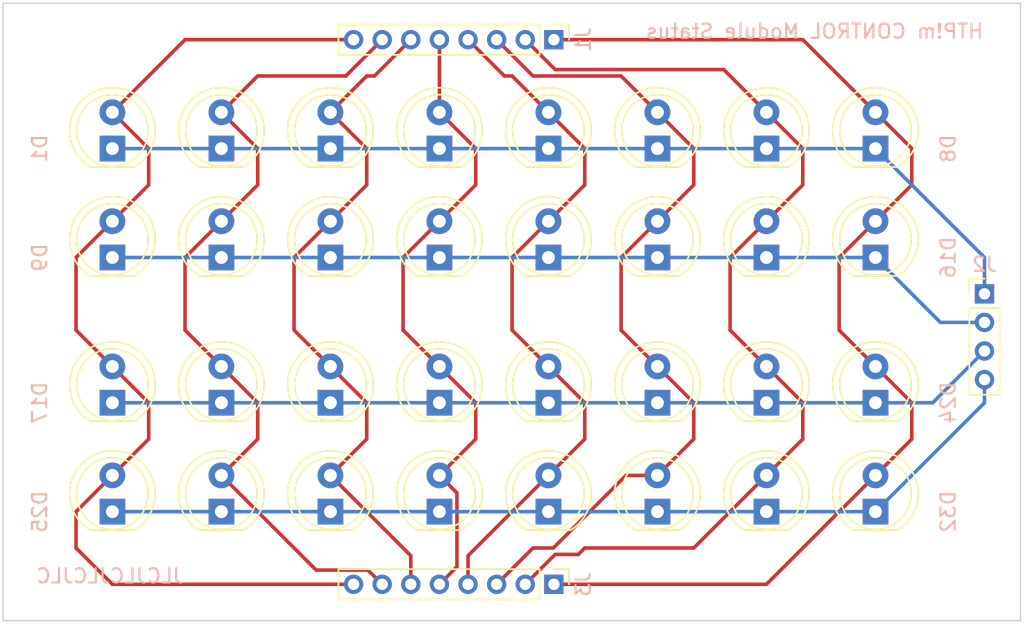
<source format=kicad_pcb>
(kicad_pcb (version 20221018) (generator pcbnew)
  (title_block (title "HTP!m CONTROL Module Status") (date "2023-10-07") (rev "1") (company "shawnd.xyz") (comment 2 "each module.") (comment 3 "The HTP!m CONTROL Module Status is an LED matrix that shows the current status of"))
  (layers (0 "F.Cu" signal) (31 "B.Cu" signal) (34 "B.Paste" user) (35 "F.Paste" user) (36 "B.SilkS" user "B.Silkscreen") (37 "F.SilkS" user "F.Silkscreen") (38 "B.Mask" user) (39 "F.Mask" user) (44 "Edge.Cuts" user))
  (net 0 "")
  (net 1 "Net-(D1-K)")
  (net 2 "Net-(D1-A)")
  (net 3 "Net-(D10-A)")
  (net 4 "Net-(D11-A)")
  (net 5 "Net-(D12-A)")
  (net 6 "Net-(D13-A)")
  (net 7 "Net-(D14-A)")
  (net 8 "Net-(D15-A)")
  (net 9 "Net-(D16-A)")
  (net 10 "Net-(D10-K)")
  (net 11 "Net-(D17-K)")
  (net 12 "Net-(D25-K)")
  (footprint "LED_THT:LED_D5.0mm" (layer "F.Cu") (at 119.38 86.36 90)
    (fp_text reference "D10" hide)
    (fp_text value "LED" hide)
    (fp_line (start -1.29 -1.545) (end -1.29 1.545) (stroke (width 0.12)) (layer "F.SilkS"))
    (fp_arc (start -1.29 -1.54483) (mid 2.072002 -2.880433) (end 4.26 0.000462) (stroke (width 0.12)) (layer "F.SilkS"))
    (fp_arc (start 4.26 -0.000462) (mid 2.072002 2.880433) (end -1.29 1.54483) (stroke (width 0.12)) (layer "F.SilkS"))
    (fp_circle (center 1.27 0) (end 3.77 0) (stroke (width 0.12)) (fill none) (layer "F.SilkS"))
    (pad "1" thru_hole rect (at 0 0 90) (size 1.8 1.8) (drill 0.9) (layers "*.Cu" "*.Mask") (net 10 "Net-(D10-K)"))
    (pad "2" thru_hole circle (at 2.54 0 90) (size 1.8 1.8) (drill 0.9) (layers "*.Cu" "*.Mask") (net 3 "Net-(D10-A)"))
  )
  (footprint "LED_THT:LED_D5.0mm" (layer "F.Cu") (at 149.86 86.36 90)
    (fp_text reference "D14" hide)
    (fp_text value "LED" hide)
    (fp_line (start -1.29 -1.545) (end -1.29 1.545) (stroke (width 0.12)) (layer "F.SilkS"))
    (fp_arc (start -1.29 -1.54483) (mid 2.072002 -2.880433) (end 4.26 0.000462) (stroke (width 0.12)) (layer "F.SilkS"))
    (fp_arc (start 4.26 -0.000462) (mid 2.072002 2.880433) (end -1.29 1.54483) (stroke (width 0.12)) (layer "F.SilkS"))
    (fp_circle (center 1.27 0) (end 3.77 0) (stroke (width 0.12)) (fill none) (layer "F.SilkS"))
    (pad "1" thru_hole rect (at 0 0 90) (size 1.8 1.8) (drill 0.9) (layers "*.Cu" "*.Mask") (net 10 "Net-(D10-K)"))
    (pad "2" thru_hole circle (at 2.54 0 90) (size 1.8 1.8) (drill 0.9) (layers "*.Cu" "*.Mask") (net 7 "Net-(D14-A)"))
  )
  (footprint "LED_THT:LED_D5.0mm" (layer "F.Cu") (at 119.38 78.74 90)
    (fp_text reference "D2" hide)
    (fp_text value "LED" hide)
    (fp_line (start -1.29 -1.545) (end -1.29 1.545) (stroke (width 0.12)) (layer "F.SilkS"))
    (fp_arc (start -1.29 -1.54483) (mid 2.072002 -2.880433) (end 4.26 0.000462) (stroke (width 0.12)) (layer "F.SilkS"))
    (fp_arc (start 4.26 -0.000462) (mid 2.072002 2.880433) (end -1.29 1.54483) (stroke (width 0.12)) (layer "F.SilkS"))
    (fp_circle (center 1.27 0) (end 3.77 0) (stroke (width 0.12)) (fill none) (layer "F.SilkS"))
    (pad "1" thru_hole rect (at 0 0 90) (size 1.8 1.8) (drill 0.9) (layers "*.Cu" "*.Mask") (net 1 "Net-(D1-K)"))
    (pad "2" thru_hole circle (at 2.54 0 90) (size 1.8 1.8) (drill 0.9) (layers "*.Cu" "*.Mask") (net 3 "Net-(D10-A)"))
  )
  (footprint "LED_THT:LED_D5.0mm" (layer "F.Cu") (at 149.86 104.14 90)
    (fp_text reference "D30" hide)
    (fp_text value "LED" hide)
    (fp_line (start -1.29 -1.545) (end -1.29 1.545) (stroke (width 0.12)) (layer "F.SilkS"))
    (fp_arc (start -1.29 -1.54483) (mid 2.072002 -2.880433) (end 4.26 0.000462) (stroke (width 0.12)) (layer "F.SilkS"))
    (fp_arc (start 4.26 -0.000462) (mid 2.072002 2.880433) (end -1.29 1.54483) (stroke (width 0.12)) (layer "F.SilkS"))
    (fp_circle (center 1.27 0) (end 3.77 0) (stroke (width 0.12)) (fill none) (layer "F.SilkS"))
    (pad "1" thru_hole rect (at 0 0 90) (size 1.8 1.8) (drill 0.9) (layers "*.Cu" "*.Mask") (net 12 "Net-(D25-K)"))
    (pad "2" thru_hole circle (at 2.54 0 90) (size 1.8 1.8) (drill 0.9) (layers "*.Cu" "*.Mask") (net 7 "Net-(D14-A)"))
  )
  (footprint "LED_THT:LED_D5.0mm" (layer "F.Cu") (at 119.38 104.14 90)
    (fp_text reference "D26" hide)
    (fp_text value "LED" hide)
    (fp_line (start -1.29 -1.545) (end -1.29 1.545) (stroke (width 0.12)) (layer "F.SilkS"))
    (fp_arc (start -1.29 -1.54483) (mid 2.072002 -2.880433) (end 4.26 0.000462) (stroke (width 0.12)) (layer "F.SilkS"))
    (fp_arc (start 4.26 -0.000462) (mid 2.072002 2.880433) (end -1.29 1.54483) (stroke (width 0.12)) (layer "F.SilkS"))
    (fp_circle (center 1.27 0) (end 3.77 0) (stroke (width 0.12)) (fill none) (layer "F.SilkS"))
    (pad "1" thru_hole rect (at 0 0 90) (size 1.8 1.8) (drill 0.9) (layers "*.Cu" "*.Mask") (net 12 "Net-(D25-K)"))
    (pad "2" thru_hole circle (at 2.54 0 90) (size 1.8 1.8) (drill 0.9) (layers "*.Cu" "*.Mask") (net 3 "Net-(D10-A)"))
  )
  (footprint "MountingHole:MountingHole_2.5mm" (layer "F.Cu") (at 106.68 71.12)
    (fp_text reference "H1" hide)
    (fp_text value "MountingHole" hide)
    (pad "" np_thru_hole circle (at 0 0) (size 2.5 2.5) (drill 2.5) (layers "*.Cu" "*.Mask"))
  )
  (footprint "LED_THT:LED_D5.0mm" (layer "F.Cu") (at 165.1 104.14 90)
    (fp_text reference "D32" (at 0 5.08 90) (layer "B.SilkS") (effects (justify mirror)))
    (fp_text value "LED" hide)
    (fp_line (start -1.29 -1.545) (end -1.29 1.545) (stroke (width 0.12)) (layer "F.SilkS"))
    (fp_arc (start -1.29 -1.54483) (mid 2.072002 -2.880433) (end 4.26 0.000462) (stroke (width 0.12)) (layer "F.SilkS"))
    (fp_arc (start 4.26 -0.000462) (mid 2.072002 2.880433) (end -1.29 1.54483) (stroke (width 0.12)) (layer "F.SilkS"))
    (fp_circle (center 1.27 0) (end 3.77 0) (stroke (width 0.12)) (fill none) (layer "F.SilkS"))
    (pad "1" thru_hole rect (at 0 0 90) (size 1.8 1.8) (drill 0.9) (layers "*.Cu" "*.Mask") (net 12 "Net-(D25-K)"))
    (pad "2" thru_hole circle (at 2.54 0 90) (size 1.8 1.8) (drill 0.9) (layers "*.Cu" "*.Mask") (net 9 "Net-(D16-A)"))
  )
  (footprint "Connector_PinHeader_2.00mm:PinHeader_1x08_P2.00mm_Vertical" (layer "F.Cu") (at 142.62 109.22 -90)
    (fp_text reference "J3" (at 0 -2.06 -270) (layer "B.SilkS") (effects (justify mirror)))
    (fp_text value "Conn_01x08_Socket" hide)
    (fp_line (start -1.06 -1.06) (end 0 -1.06) (stroke (width 0.12)) (layer "F.SilkS"))
    (fp_line (start -1.06 0) (end -1.06 -1.06) (stroke (width 0.12)) (layer "F.SilkS"))
    (fp_line (start -1.06 1) (end -1.06 15.06) (stroke (width 0.12)) (layer "F.SilkS"))
    (fp_line (start -1.06 1) (end 1.06 1) (stroke (width 0.12)) (layer "F.SilkS"))
    (fp_line (start -1.06 15.06) (end 1.06 15.06) (stroke (width 0.12)) (layer "F.SilkS"))
    (fp_line (start 1.06 1) (end 1.06 15.06) (stroke (width 0.12)) (layer "F.SilkS"))
    (pad "1" thru_hole rect (at 0 0 270) (size 1.35 1.35) (drill 0.8) (layers "*.Cu" "*.Mask") (net 9 "Net-(D16-A)"))
    (pad "2" thru_hole oval (at 0 2 270) (size 1.35 1.35) (drill 0.8) (layers "*.Cu" "*.Mask") (net 8 "Net-(D15-A)"))
    (pad "3" thru_hole oval (at 0 4 270) (size 1.35 1.35) (drill 0.8) (layers "*.Cu" "*.Mask") (net 7 "Net-(D14-A)"))
    (pad "4" thru_hole oval (at 0 6 270) (size 1.35 1.35) (drill 0.8) (layers "*.Cu" "*.Mask") (net 6 "Net-(D13-A)"))
    (pad "5" thru_hole oval (at 0 8 270) (size 1.35 1.35) (drill 0.8) (layers "*.Cu" "*.Mask") (net 5 "Net-(D12-A)"))
    (pad "6" thru_hole oval (at 0 10 270) (size 1.35 1.35) (drill 0.8) (layers "*.Cu" "*.Mask") (net 4 "Net-(D11-A)"))
    (pad "7" thru_hole oval (at 0 12 270) (size 1.35 1.35) (drill 0.8) (layers "*.Cu" "*.Mask") (net 3 "Net-(D10-A)"))
    (pad "8" thru_hole oval (at 0 14 270) (size 1.35 1.35) (drill 0.8) (layers "*.Cu" "*.Mask") (net 2 "Net-(D1-A)"))
  )
  (footprint "LED_THT:LED_D5.0mm" (layer "F.Cu") (at 134.62 96.52 90)
    (fp_text reference "D20" hide)
    (fp_text value "LED" hide)
    (fp_line (start -1.29 -1.545) (end -1.29 1.545) (stroke (width 0.12)) (layer "F.SilkS"))
    (fp_arc (start -1.29 -1.54483) (mid 2.072002 -2.880433) (end 4.26 0.000462) (stroke (width 0.12)) (layer "F.SilkS"))
    (fp_arc (start 4.26 -0.000462) (mid 2.072002 2.880433) (end -1.29 1.54483) (stroke (width 0.12)) (layer "F.SilkS"))
    (fp_circle (center 1.27 0) (end 3.77 0) (stroke (width 0.12)) (fill none) (layer "F.SilkS"))
    (pad "1" thru_hole rect (at 0 0 90) (size 1.8 1.8) (drill 0.9) (layers "*.Cu" "*.Mask") (net 11 "Net-(D17-K)"))
    (pad "2" thru_hole circle (at 2.54 0 90) (size 1.8 1.8) (drill 0.9) (layers "*.Cu" "*.Mask") (net 5 "Net-(D12-A)"))
  )
  (footprint "LED_THT:LED_D5.0mm" (layer "F.Cu") (at 111.76 104.14 90)
    (fp_text reference "D25" (at 0 -5.08 90) (layer "B.SilkS") (effects (justify mirror)))
    (fp_text value "LED" hide)
    (fp_line (start -1.29 -1.545) (end -1.29 1.545) (stroke (width 0.12)) (layer "F.SilkS"))
    (fp_arc (start -1.29 -1.54483) (mid 2.072002 -2.880433) (end 4.26 0.000462) (stroke (width 0.12)) (layer "F.SilkS"))
    (fp_arc (start 4.26 -0.000462) (mid 2.072002 2.880433) (end -1.29 1.54483) (stroke (width 0.12)) (layer "F.SilkS"))
    (fp_circle (center 1.27 0) (end 3.77 0) (stroke (width 0.12)) (fill none) (layer "F.SilkS"))
    (pad "1" thru_hole rect (at 0 0 90) (size 1.8 1.8) (drill 0.9) (layers "*.Cu" "*.Mask") (net 12 "Net-(D25-K)"))
    (pad "2" thru_hole circle (at 2.54 0 90) (size 1.8 1.8) (drill 0.9) (layers "*.Cu" "*.Mask") (net 2 "Net-(D1-A)"))
  )
  (footprint "LED_THT:LED_D5.0mm" (layer "F.Cu") (at 127 104.14 90)
    (fp_text reference "D27" hide)
    (fp_text value "LED" hide)
    (fp_line (start -1.29 -1.545) (end -1.29 1.545) (stroke (width 0.12)) (layer "F.SilkS"))
    (fp_arc (start -1.29 -1.54483) (mid 2.072002 -2.880433) (end 4.26 0.000462) (stroke (width 0.12)) (layer "F.SilkS"))
    (fp_arc (start 4.26 -0.000462) (mid 2.072002 2.880433) (end -1.29 1.54483) (stroke (width 0.12)) (layer "F.SilkS"))
    (fp_circle (center 1.27 0) (end 3.77 0) (stroke (width 0.12)) (fill none) (layer "F.SilkS"))
    (pad "1" thru_hole rect (at 0 0 90) (size 1.8 1.8) (drill 0.9) (layers "*.Cu" "*.Mask") (net 12 "Net-(D25-K)"))
    (pad "2" thru_hole circle (at 2.54 0 90) (size 1.8 1.8) (drill 0.9) (layers "*.Cu" "*.Mask") (net 4 "Net-(D11-A)"))
  )
  (footprint "Connector_PinHeader_2.00mm:PinHeader_1x08_P2.00mm_Vertical" (layer "F.Cu") (at 142.62 71.12 -90)
    (fp_text reference "J1" (at 0 -2.06 -270) (layer "B.SilkS") (effects (justify mirror)))
    (fp_text value "Conn_01x08_Socket" hide)
    (fp_line (start -1.06 -1.06) (end 0 -1.06) (stroke (width 0.12)) (layer "F.SilkS"))
    (fp_line (start -1.06 0) (end -1.06 -1.06) (stroke (width 0.12)) (layer "F.SilkS"))
    (fp_line (start -1.06 1) (end -1.06 15.06) (stroke (width 0.12)) (layer "F.SilkS"))
    (fp_line (start -1.06 1) (end 1.06 1) (stroke (width 0.12)) (layer "F.SilkS"))
    (fp_line (start -1.06 15.06) (end 1.06 15.06) (stroke (width 0.12)) (layer "F.SilkS"))
    (fp_line (start 1.06 1) (end 1.06 15.06) (stroke (width 0.12)) (layer "F.SilkS"))
    (pad "1" thru_hole rect (at 0 0 270) (size 1.35 1.35) (drill 0.8) (layers "*.Cu" "*.Mask") (net 9 "Net-(D16-A)"))
    (pad "2" thru_hole oval (at 0 2 270) (size 1.35 1.35) (drill 0.8) (layers "*.Cu" "*.Mask") (net 8 "Net-(D15-A)"))
    (pad "3" thru_hole oval (at 0 4 270) (size 1.35 1.35) (drill 0.8) (layers "*.Cu" "*.Mask") (net 7 "Net-(D14-A)"))
    (pad "4" thru_hole oval (at 0 6 270) (size 1.35 1.35) (drill 0.8) (layers "*.Cu" "*.Mask") (net 6 "Net-(D13-A)"))
    (pad "5" thru_hole oval (at 0 8 270) (size 1.35 1.35) (drill 0.8) (layers "*.Cu" "*.Mask") (net 5 "Net-(D12-A)"))
    (pad "6" thru_hole oval (at 0 10 270) (size 1.35 1.35) (drill 0.8) (layers "*.Cu" "*.Mask") (net 4 "Net-(D11-A)"))
    (pad "7" thru_hole oval (at 0 12 270) (size 1.35 1.35) (drill 0.8) (layers "*.Cu" "*.Mask") (net 3 "Net-(D10-A)"))
    (pad "8" thru_hole oval (at 0 14 270) (size 1.35 1.35) (drill 0.8) (layers "*.Cu" "*.Mask") (net 2 "Net-(D1-A)"))
  )
  (footprint "LED_THT:LED_D5.0mm" (layer "F.Cu") (at 111.76 86.36 90)
    (fp_text reference "D9" (at 0 -5.08 90) (layer "B.SilkS") (effects (justify mirror)))
    (fp_text value "LED" hide)
    (fp_line (start -1.29 -1.545) (end -1.29 1.545) (stroke (width 0.12)) (layer "F.SilkS"))
    (fp_arc (start -1.29 -1.54483) (mid 2.072002 -2.880433) (end 4.26 0.000462) (stroke (width 0.12)) (layer "F.SilkS"))
    (fp_arc (start 4.26 -0.000462) (mid 2.072002 2.880433) (end -1.29 1.54483) (stroke (width 0.12)) (layer "F.SilkS"))
    (fp_circle (center 1.27 0) (end 3.77 0) (stroke (width 0.12)) (fill none) (layer "F.SilkS"))
    (pad "1" thru_hole rect (at 0 0 90) (size 1.8 1.8) (drill 0.9) (layers "*.Cu" "*.Mask") (net 10 "Net-(D10-K)"))
    (pad "2" thru_hole circle (at 2.54 0 90) (size 1.8 1.8) (drill 0.9) (layers "*.Cu" "*.Mask") (net 2 "Net-(D1-A)"))
  )
  (footprint "LED_THT:LED_D5.0mm" (layer "F.Cu") (at 165.1 86.36 90)
    (fp_text reference "D16" (at 0 5.08 90) (layer "B.SilkS") (effects (justify mirror)))
    (fp_text value "LED" hide)
    (fp_line (start -1.29 -1.545) (end -1.29 1.545) (stroke (width 0.12)) (layer "F.SilkS"))
    (fp_arc (start -1.29 -1.54483) (mid 2.072002 -2.880433) (end 4.26 0.000462) (stroke (width 0.12)) (layer "F.SilkS"))
    (fp_arc (start 4.26 -0.000462) (mid 2.072002 2.880433) (end -1.29 1.54483) (stroke (width 0.12)) (layer "F.SilkS"))
    (fp_circle (center 1.27 0) (end 3.77 0) (stroke (width 0.12)) (fill none) (layer "F.SilkS"))
    (pad "1" thru_hole rect (at 0 0 90) (size 1.8 1.8) (drill 0.9) (layers "*.Cu" "*.Mask") (net 10 "Net-(D10-K)"))
    (pad "2" thru_hole circle (at 2.54 0 90) (size 1.8 1.8) (drill 0.9) (layers "*.Cu" "*.Mask") (net 9 "Net-(D16-A)"))
  )
  (footprint "LED_THT:LED_D5.0mm" (layer "F.Cu") (at 142.24 78.74 90)
    (fp_text reference "D5" hide)
    (fp_text value "LED" hide)
    (fp_line (start -1.29 -1.545) (end -1.29 1.545) (stroke (width 0.12)) (layer "F.SilkS"))
    (fp_arc (start -1.29 -1.54483) (mid 2.072002 -2.880433) (end 4.26 0.000462) (stroke (width 0.12)) (layer "F.SilkS"))
    (fp_arc (start 4.26 -0.000462) (mid 2.072002 2.880433) (end -1.29 1.54483) (stroke (width 0.12)) (layer "F.SilkS"))
    (fp_circle (center 1.27 0) (end 3.77 0) (stroke (width 0.12)) (fill none) (layer "F.SilkS"))
    (pad "1" thru_hole rect (at 0 0 90) (size 1.8 1.8) (drill 0.9) (layers "*.Cu" "*.Mask") (net 1 "Net-(D1-K)"))
    (pad "2" thru_hole circle (at 2.54 0 90) (size 1.8 1.8) (drill 0.9) (layers "*.Cu" "*.Mask") (net 6 "Net-(D13-A)"))
  )
  (footprint "LED_THT:LED_D5.0mm" (layer "F.Cu") (at 134.62 86.36 90)
    (fp_text reference "D12" hide)
    (fp_text value "LED" hide)
    (fp_line (start -1.29 -1.545) (end -1.29 1.545) (stroke (width 0.12)) (layer "F.SilkS"))
    (fp_arc (start -1.29 -1.54483) (mid 2.072002 -2.880433) (end 4.26 0.000462) (stroke (width 0.12)) (layer "F.SilkS"))
    (fp_arc (start 4.26 -0.000462) (mid 2.072002 2.880433) (end -1.29 1.54483) (stroke (width 0.12)) (layer "F.SilkS"))
    (fp_circle (center 1.27 0) (end 3.77 0) (stroke (width 0.12)) (fill none) (layer "F.SilkS"))
    (pad "1" thru_hole rect (at 0 0 90) (size 1.8 1.8) (drill 0.9) (layers "*.Cu" "*.Mask") (net 10 "Net-(D10-K)"))
    (pad "2" thru_hole circle (at 2.54 0 90) (size 1.8 1.8) (drill 0.9) (layers "*.Cu" "*.Mask") (net 5 "Net-(D12-A)"))
  )
  (footprint "LED_THT:LED_D5.0mm" (layer "F.Cu") (at 157.48 96.52 90)
    (fp_text reference "D23" hide)
    (fp_text value "LED" hide)
    (fp_line (start -1.29 -1.545) (end -1.29 1.545) (stroke (width 0.12)) (layer "F.SilkS"))
    (fp_arc (start -1.29 -1.54483) (mid 2.072002 -2.880433) (end 4.26 0.000462) (stroke (width 0.12)) (layer "F.SilkS"))
    (fp_arc (start 4.26 -0.000462) (mid 2.072002 2.880433) (end -1.29 1.54483) (stroke (width 0.12)) (layer "F.SilkS"))
    (fp_circle (center 1.27 0) (end 3.77 0) (stroke (width 0.12)) (fill none) (layer "F.SilkS"))
    (pad "1" thru_hole rect (at 0 0 90) (size 1.8 1.8) (drill 0.9) (layers "*.Cu" "*.Mask") (net 11 "Net-(D17-K)"))
    (pad "2" thru_hole circle (at 2.54 0 90) (size 1.8 1.8) (drill 0.9) (layers "*.Cu" "*.Mask") (net 8 "Net-(D15-A)"))
  )
  (footprint "LED_THT:LED_D5.0mm" (layer "F.Cu") (at 149.86 78.74 90)
    (fp_text reference "D6" hide)
    (fp_text value "LED" hide)
    (fp_line (start -1.29 -1.545) (end -1.29 1.545) (stroke (width 0.12)) (layer "F.SilkS"))
    (fp_arc (start -1.29 -1.54483) (mid 2.072002 -2.880433) (end 4.26 0.000462) (stroke (width 0.12)) (layer "F.SilkS"))
    (fp_arc (start 4.26 -0.000462) (mid 2.072002 2.880433) (end -1.29 1.54483) (stroke (width 0.12)) (layer "F.SilkS"))
    (fp_circle (center 1.27 0) (end 3.77 0) (stroke (width 0.12)) (fill none) (layer "F.SilkS"))
    (pad "1" thru_hole rect (at 0 0 90) (size 1.8 1.8) (drill 0.9) (layers "*.Cu" "*.Mask") (net 1 "Net-(D1-K)"))
    (pad "2" thru_hole circle (at 2.54 0 90) (size 1.8 1.8) (drill 0.9) (layers "*.Cu" "*.Mask") (net 7 "Net-(D14-A)"))
  )
  (footprint "LED_THT:LED_D5.0mm" (layer "F.Cu") (at 134.62 104.14 90)
    (fp_text reference "D28" hide)
    (fp_text value "LED" hide)
    (fp_line (start -1.29 -1.545) (end -1.29 1.545) (stroke (width 0.12)) (layer "F.SilkS"))
    (fp_arc (start -1.29 -1.54483) (mid 2.072002 -2.880433) (end 4.26 0.000462) (stroke (width 0.12)) (layer "F.SilkS"))
    (fp_arc (start 4.26 -0.000462) (mid 2.072002 2.880433) (end -1.29 1.54483) (stroke (width 0.12)) (layer "F.SilkS"))
    (fp_circle (center 1.27 0) (end 3.77 0) (stroke (width 0.12)) (fill none) (layer "F.SilkS"))
    (pad "1" thru_hole rect (at 0 0 90) (size 1.8 1.8) (drill 0.9) (layers "*.Cu" "*.Mask") (net 12 "Net-(D25-K)"))
    (pad "2" thru_hole circle (at 2.54 0 90) (size 1.8 1.8) (drill 0.9) (layers "*.Cu" "*.Mask") (net 5 "Net-(D12-A)"))
  )
  (footprint "MountingHole:MountingHole_2.5mm" (layer "F.Cu") (at 172.72 109.22)
    (fp_text reference "H2" hide)
    (fp_text value "MountingHole" hide)
    (pad "" np_thru_hole circle (at 0 0) (size 2.5 2.5) (drill 2.5) (layers "*.Cu" "*.Mask"))
  )
  (footprint "LED_THT:LED_D5.0mm" (layer "F.Cu") (at 149.86 96.52 90)
    (fp_text reference "D22" hide)
    (fp_text value "LED" hide)
    (fp_line (start -1.29 -1.545) (end -1.29 1.545) (stroke (width 0.12)) (layer "F.SilkS"))
    (fp_arc (start -1.29 -1.54483) (mid 2.072002 -2.880433) (end 4.26 0.000462) (stroke (width 0.12)) (layer "F.SilkS"))
    (fp_arc (start 4.26 -0.000462) (mid 2.072002 2.880433) (end -1.29 1.54483) (stroke (width 0.12)) (layer "F.SilkS"))
    (fp_circle (center 1.27 0) (end 3.77 0) (stroke (width 0.12)) (fill none) (layer "F.SilkS"))
    (pad "1" thru_hole rect (at 0 0 90) (size 1.8 1.8) (drill 0.9) (layers "*.Cu" "*.Mask") (net 11 "Net-(D17-K)"))
    (pad "2" thru_hole circle (at 2.54 0 90) (size 1.8 1.8) (drill 0.9) (layers "*.Cu" "*.Mask") (net 7 "Net-(D14-A)"))
  )
  (footprint "LED_THT:LED_D5.0mm" (layer "F.Cu") (at 165.1 96.52 90)
    (fp_text reference "D24" (at 0 5.08 90) (layer "B.SilkS") (effects (justify mirror)))
    (fp_text value "LED" hide)
    (fp_line (start -1.29 -1.545) (end -1.29 1.545) (stroke (width 0.12)) (layer "F.SilkS"))
    (fp_arc (start -1.29 -1.54483) (mid 2.072002 -2.880433) (end 4.26 0.000462) (stroke (width 0.12)) (layer "F.SilkS"))
    (fp_arc (start 4.26 -0.000462) (mid 2.072002 2.880433) (end -1.29 1.54483) (stroke (width 0.12)) (layer "F.SilkS"))
    (fp_circle (center 1.27 0) (end 3.77 0) (stroke (width 0.12)) (fill none) (layer "F.SilkS"))
    (pad "1" thru_hole rect (at 0 0 90) (size 1.8 1.8) (drill 0.9) (layers "*.Cu" "*.Mask") (net 11 "Net-(D17-K)"))
    (pad "2" thru_hole circle (at 2.54 0 90) (size 1.8 1.8) (drill 0.9) (layers "*.Cu" "*.Mask") (net 9 "Net-(D16-A)"))
  )
  (footprint "LED_THT:LED_D5.0mm" (layer "F.Cu") (at 111.76 96.52 90)
    (fp_text reference "D17" (at 0 -5.08 90) (layer "B.SilkS") (effects (justify mirror)))
    (fp_text value "LED" hide)
    (fp_line (start -1.29 -1.545) (end -1.29 1.545) (stroke (width 0.12)) (layer "F.SilkS"))
    (fp_arc (start -1.29 -1.54483) (mid 2.072002 -2.880433) (end 4.26 0.000462) (stroke (width 0.12)) (layer "F.SilkS"))
    (fp_arc (start 4.26 -0.000462) (mid 2.072002 2.880433) (end -1.29 1.54483) (stroke (width 0.12)) (layer "F.SilkS"))
    (fp_circle (center 1.27 0) (end 3.77 0) (stroke (width 0.12)) (fill none) (layer "F.SilkS"))
    (pad "1" thru_hole rect (at 0 0 90) (size 1.8 1.8) (drill 0.9) (layers "*.Cu" "*.Mask") (net 11 "Net-(D17-K)"))
    (pad "2" thru_hole circle (at 2.54 0 90) (size 1.8 1.8) (drill 0.9) (layers "*.Cu" "*.Mask") (net 2 "Net-(D1-A)"))
  )
  (footprint "LED_THT:LED_D5.0mm" (layer "F.Cu") (at 165.1 78.74 90)
    (fp_text reference "D8" (at 0 5.08 90) (layer "B.SilkS") (effects (justify mirror)))
    (fp_text value "LED" hide)
    (fp_line (start -1.29 -1.545) (end -1.29 1.545) (stroke (width 0.12)) (layer "F.SilkS"))
    (fp_arc (start -1.29 -1.54483) (mid 2.072002 -2.880433) (end 4.26 0.000462) (stroke (width 0.12)) (layer "F.SilkS"))
    (fp_arc (start 4.26 -0.000462) (mid 2.072002 2.880433) (end -1.29 1.54483) (stroke (width 0.12)) (layer "F.SilkS"))
    (fp_circle (center 1.27 0) (end 3.77 0) (stroke (width 0.12)) (fill none) (layer "F.SilkS"))
    (pad "1" thru_hole rect (at 0 0 90) (size 1.8 1.8) (drill 0.9) (layers "*.Cu" "*.Mask") (net 1 "Net-(D1-K)"))
    (pad "2" thru_hole circle (at 2.54 0 90) (size 1.8 1.8) (drill 0.9) (layers "*.Cu" "*.Mask") (net 9 "Net-(D16-A)"))
  )
  (footprint "LED_THT:LED_D5.0mm" (layer "F.Cu") (at 142.24 86.36 90)
    (fp_text reference "D13" hide)
    (fp_text value "LED" hide)
    (fp_line (start -1.29 -1.545) (end -1.29 1.545) (stroke (width 0.12)) (layer "F.SilkS"))
    (fp_arc (start -1.29 -1.54483) (mid 2.072002 -2.880433) (end 4.26 0.000462) (stroke (width 0.12)) (layer "F.SilkS"))
    (fp_arc (start 4.26 -0.000462) (mid 2.072002 2.880433) (end -1.29 1.54483) (stroke (width 0.12)) (layer "F.SilkS"))
    (fp_circle (center 1.27 0) (end 3.77 0) (stroke (width 0.12)) (fill none) (layer "F.SilkS"))
    (pad "1" thru_hole rect (at 0 0 90) (size 1.8 1.8) (drill 0.9) (layers "*.Cu" "*.Mask") (net 10 "Net-(D10-K)"))
    (pad "2" thru_hole circle (at 2.54 0 90) (size 1.8 1.8) (drill 0.9) (layers "*.Cu" "*.Mask") (net 6 "Net-(D13-A)"))
  )
  (footprint "Connector_PinHeader_2.00mm:PinHeader_1x04_P2.00mm_Vertical" (layer "F.Cu") (at 172.72 88.9)
    (fp_text reference "J2" (at 0 -2.06 -360) (layer "B.SilkS") (effects (justify mirror)))
    (fp_text value "Conn_01x04_Socket" hide)
    (fp_line (start -1.06 -1.06) (end 0 -1.06) (stroke (width 0.12)) (layer "F.SilkS"))
    (fp_line (start -1.06 0) (end -1.06 -1.06) (stroke (width 0.12)) (layer "F.SilkS"))
    (fp_line (start -1.06 1) (end -1.06 7.06) (stroke (width 0.12)) (layer "F.SilkS"))
    (fp_line (start -1.06 1) (end 1.06 1) (stroke (width 0.12)) (layer "F.SilkS"))
    (fp_line (start -1.06 7.06) (end 1.06 7.06) (stroke (width 0.12)) (layer "F.SilkS"))
    (fp_line (start 1.06 1) (end 1.06 7.06) (stroke (width 0.12)) (layer "F.SilkS"))
    (pad "1" thru_hole rect (at 0 0) (size 1.35 1.35) (drill 0.8) (layers "*.Cu" "*.Mask") (net 1 "Net-(D1-K)"))
    (pad "2" thru_hole oval (at 0 2) (size 1.35 1.35) (drill 0.8) (layers "*.Cu" "*.Mask") (net 10 "Net-(D10-K)"))
    (pad "3" thru_hole oval (at 0 4) (size 1.35 1.35) (drill 0.8) (layers "*.Cu" "*.Mask") (net 11 "Net-(D17-K)"))
    (pad "4" thru_hole oval (at 0 6) (size 1.35 1.35) (drill 0.8) (layers "*.Cu" "*.Mask") (net 12 "Net-(D25-K)"))
  )
  (footprint "LED_THT:LED_D5.0mm" (layer "F.Cu") (at 127 86.36 90)
    (fp_text reference "D11" hide)
    (fp_text value "LED" hide)
    (fp_line (start -1.29 -1.545) (end -1.29 1.545) (stroke (width 0.12)) (layer "F.SilkS"))
    (fp_arc (start -1.29 -1.54483) (mid 2.072002 -2.880433) (end 4.26 0.000462) (stroke (width 0.12)) (layer "F.SilkS"))
    (fp_arc (start 4.26 -0.000462) (mid 2.072002 2.880433) (end -1.29 1.54483) (stroke (width 0.12)) (layer "F.SilkS"))
    (fp_circle (center 1.27 0) (end 3.77 0) (stroke (width 0.12)) (fill none) (layer "F.SilkS"))
    (pad "1" thru_hole rect (at 0 0 90) (size 1.8 1.8) (drill 0.9) (layers "*.Cu" "*.Mask") (net 10 "Net-(D10-K)"))
    (pad "2" thru_hole circle (at 2.54 0 90) (size 1.8 1.8) (drill 0.9) (layers "*.Cu" "*.Mask") (net 4 "Net-(D11-A)"))
  )
  (footprint "LED_THT:LED_D5.0mm" (layer "F.Cu") (at 157.48 104.14 90)
    (fp_text reference "D31" hide)
    (fp_text value "LED" hide)
    (fp_line (start -1.29 -1.545) (end -1.29 1.545) (stroke (width 0.12)) (layer "F.SilkS"))
    (fp_arc (start -1.29 -1.54483) (mid 2.072002 -2.880433) (end 4.26 0.000462) (stroke (width 0.12)) (layer "F.SilkS"))
    (fp_arc (start 4.26 -0.000462) (mid 2.072002 2.880433) (end -1.29 1.54483) (stroke (width 0.12)) (layer "F.SilkS"))
    (fp_circle (center 1.27 0) (end 3.77 0) (stroke (width 0.12)) (fill none) (layer "F.SilkS"))
    (pad "1" thru_hole rect (at 0 0 90) (size 1.8 1.8) (drill 0.9) (layers "*.Cu" "*.Mask") (net 12 "Net-(D25-K)"))
    (pad "2" thru_hole circle (at 2.54 0 90) (size 1.8 1.8) (drill 0.9) (layers "*.Cu" "*.Mask") (net 8 "Net-(D15-A)"))
  )
  (footprint "LED_THT:LED_D5.0mm" (layer "F.Cu") (at 111.76 78.74 90)
    (fp_text reference "D1" (at 0 -5.08 90) (layer "B.SilkS") (effects (justify mirror)))
    (fp_text value "LED" hide)
    (fp_line (start -1.29 -1.545) (end -1.29 1.545) (stroke (width 0.12)) (layer "F.SilkS"))
    (fp_arc (start -1.29 -1.54483) (mid 2.072002 -2.880433) (end 4.26 0.000462) (stroke (width 0.12)) (layer "F.SilkS"))
    (fp_arc (start 4.26 -0.000462) (mid 2.072002 2.880433) (end -1.29 1.54483) (stroke (width 0.12)) (layer "F.SilkS"))
    (fp_circle (center 1.27 0) (end 3.77 0) (stroke (width 0.12)) (fill none) (layer "F.SilkS"))
    (pad "1" thru_hole rect (at 0 0 90) (size 1.8 1.8) (drill 0.9) (layers "*.Cu" "*.Mask") (net 1 "Net-(D1-K)"))
    (pad "2" thru_hole circle (at 2.54 0 90) (size 1.8 1.8) (drill 0.9) (layers "*.Cu" "*.Mask") (net 2 "Net-(D1-A)"))
  )
  (footprint "LED_THT:LED_D5.0mm" (layer "F.Cu") (at 134.62 78.74 90)
    (fp_text reference "D4" hide)
    (fp_text value "LED" hide)
    (fp_line (start -1.29 -1.545) (end -1.29 1.545) (stroke (width 0.12)) (layer "F.SilkS"))
    (fp_arc (start -1.29 -1.54483) (mid 2.072002 -2.880433) (end 4.26 0.000462) (stroke (width 0.12)) (layer "F.SilkS"))
    (fp_arc (start 4.26 -0.000462) (mid 2.072002 2.880433) (end -1.29 1.54483) (stroke (width 0.12)) (layer "F.SilkS"))
    (fp_circle (center 1.27 0) (end 3.77 0) (stroke (width 0.12)) (fill none) (layer "F.SilkS"))
    (pad "1" thru_hole rect (at 0 0 90) (size 1.8 1.8) (drill 0.9) (layers "*.Cu" "*.Mask") (net 1 "Net-(D1-K)"))
    (pad "2" thru_hole circle (at 2.54 0 90) (size 1.8 1.8) (drill 0.9) (layers "*.Cu" "*.Mask") (net 5 "Net-(D12-A)"))
  )
  (footprint "LED_THT:LED_D5.0mm" (layer "F.Cu") (at 157.48 78.74 90)
    (fp_text reference "D7" hide)
    (fp_text value "LED" hide)
    (fp_line (start -1.29 -1.545) (end -1.29 1.545) (stroke (width 0.12)) (layer "F.SilkS"))
    (fp_arc (start -1.29 -1.54483) (mid 2.072002 -2.880433) (end 4.26 0.000462) (stroke (width 0.12)) (layer "F.SilkS"))
    (fp_arc (start 4.26 -0.000462) (mid 2.072002 2.880433) (end -1.29 1.54483) (stroke (width 0.12)) (layer "F.SilkS"))
    (fp_circle (center 1.27 0) (end 3.77 0) (stroke (width 0.12)) (fill none) (layer "F.SilkS"))
    (pad "1" thru_hole rect (at 0 0 90) (size 1.8 1.8) (drill 0.9) (layers "*.Cu" "*.Mask") (net 1 "Net-(D1-K)"))
    (pad "2" thru_hole circle (at 2.54 0 90) (size 1.8 1.8) (drill 0.9) (layers "*.Cu" "*.Mask") (net 8 "Net-(D15-A)"))
  )
  (footprint "LED_THT:LED_D5.0mm" (layer "F.Cu") (at 127 96.52 90)
    (fp_text reference "D19" hide)
    (fp_text value "LED" hide)
    (fp_line (start -1.29 -1.545) (end -1.29 1.545) (stroke (width 0.12)) (layer "F.SilkS"))
    (fp_arc (start -1.29 -1.54483) (mid 2.072002 -2.880433) (end 4.26 0.000462) (stroke (width 0.12)) (layer "F.SilkS"))
    (fp_arc (start 4.26 -0.000462) (mid 2.072002 2.880433) (end -1.29 1.54483) (stroke (width 0.12)) (layer "F.SilkS"))
    (fp_circle (center 1.27 0) (end 3.77 0) (stroke (width 0.12)) (fill none) (layer "F.SilkS"))
    (pad "1" thru_hole rect (at 0 0 90) (size 1.8 1.8) (drill 0.9) (layers "*.Cu" "*.Mask") (net 11 "Net-(D17-K)"))
    (pad "2" thru_hole circle (at 2.54 0 90) (size 1.8 1.8) (drill 0.9) (layers "*.Cu" "*.Mask") (net 4 "Net-(D11-A)"))
  )
  (footprint "LED_THT:LED_D5.0mm" (layer "F.Cu") (at 127 78.74 90)
    (fp_text reference "D3" hide)
    (fp_text value "LED" hide)
    (fp_line (start -1.29 -1.545) (end -1.29 1.545) (stroke (width 0.12)) (layer "F.SilkS"))
    (fp_arc (start -1.29 -1.54483) (mid 2.072002 -2.880433) (end 4.26 0.000462) (stroke (width 0.12)) (layer "F.SilkS"))
    (fp_arc (start 4.26 -0.000462) (mid 2.072002 2.880433) (end -1.29 1.54483) (stroke (width 0.12)) (layer "F.SilkS"))
    (fp_circle (center 1.27 0) (end 3.77 0) (stroke (width 0.12)) (fill none) (layer "F.SilkS"))
    (pad "1" thru_hole rect (at 0 0 90) (size 1.8 1.8) (drill 0.9) (layers "*.Cu" "*.Mask") (net 1 "Net-(D1-K)"))
    (pad "2" thru_hole circle (at 2.54 0 90) (size 1.8 1.8) (drill 0.9) (layers "*.Cu" "*.Mask") (net 4 "Net-(D11-A)"))
  )
  (footprint "LED_THT:LED_D5.0mm" (layer "F.Cu") (at 157.48 86.36 90)
    (fp_text reference "D15" hide)
    (fp_text value "LED" hide)
    (fp_line (start -1.29 -1.545) (end -1.29 1.545) (stroke (width 0.12)) (layer "F.SilkS"))
    (fp_arc (start -1.29 -1.54483) (mid 2.072002 -2.880433) (end 4.26 0.000462) (stroke (width 0.12)) (layer "F.SilkS"))
    (fp_arc (start 4.26 -0.000462) (mid 2.072002 2.880433) (end -1.29 1.54483) (stroke (width 0.12)) (layer "F.SilkS"))
    (fp_circle (center 1.27 0) (end 3.77 0) (stroke (width 0.12)) (fill none) (layer "F.SilkS"))
    (pad "1" thru_hole rect (at 0 0 90) (size 1.8 1.8) (drill 0.9) (layers "*.Cu" "*.Mask") (net 10 "Net-(D10-K)"))
    (pad "2" thru_hole circle (at 2.54 0 90) (size 1.8 1.8) (drill 0.9) (layers "*.Cu" "*.Mask") (net 8 "Net-(D15-A)"))
  )
  (footprint "LED_THT:LED_D5.0mm" (layer "F.Cu") (at 142.24 104.14 90)
    (fp_text reference "D29" hide)
    (fp_text value "LED" hide)
    (fp_line (start -1.29 -1.545) (end -1.29 1.545) (stroke (width 0.12)) (layer "F.SilkS"))
    (fp_arc (start -1.29 -1.54483) (mid 2.072002 -2.880433) (end 4.26 0.000462) (stroke (width 0.12)) (layer "F.SilkS"))
    (fp_arc (start 4.26 -0.000462) (mid 2.072002 2.880433) (end -1.29 1.54483) (stroke (width 0.12)) (layer "F.SilkS"))
    (fp_circle (center 1.27 0) (end 3.77 0) (stroke (width 0.12)) (fill none) (layer "F.SilkS"))
    (pad "1" thru_hole rect (at 0 0 90) (size 1.8 1.8) (drill 0.9) (layers "*.Cu" "*.Mask") (net 12 "Net-(D25-K)"))
    (pad "2" thru_hole circle (at 2.54 0 90) (size 1.8 1.8) (drill 0.9) (layers "*.Cu" "*.Mask") (net 6 "Net-(D13-A)"))
  )
  (footprint "LED_THT:LED_D5.0mm" (layer "F.Cu") (at 142.24 96.52 90)
    (fp_text reference "D21" hide)
    (fp_text value "LED" hide)
    (fp_line (start -1.29 -1.545) (end -1.29 1.545) (stroke (width 0.12)) (layer "F.SilkS"))
    (fp_arc (start -1.29 -1.54483) (mid 2.072002 -2.880433) (end 4.26 0.000462) (stroke (width 0.12)) (layer "F.SilkS"))
    (fp_arc (start 4.26 -0.000462) (mid 2.072002 2.880433) (end -1.29 1.54483) (stroke (width 0.12)) (layer "F.SilkS"))
    (fp_circle (center 1.27 0) (end 3.77 0) (stroke (width 0.12)) (fill none) (layer "F.SilkS"))
    (pad "1" thru_hole rect (at 0 0 90) (size 1.8 1.8) (drill 0.9) (layers "*.Cu" "*.Mask") (net 11 "Net-(D17-K)"))
    (pad "2" thru_hole circle (at 2.54 0 90) (size 1.8 1.8) (drill 0.9) (layers "*.Cu" "*.Mask") (net 6 "Net-(D13-A)"))
  )
  (footprint "LED_THT:LED_D5.0mm" (layer "F.Cu") (at 119.38 96.52 90)
    (fp_text reference "D18" hide)
    (fp_text value "LED" hide)
    (fp_line (start -1.29 -1.545) (end -1.29 1.545) (stroke (width 0.12)) (layer "F.SilkS"))
    (fp_arc (start -1.29 -1.54483) (mid 2.072002 -2.880433) (end 4.26 0.000462) (stroke (width 0.12)) (layer "F.SilkS"))
    (fp_arc (start 4.26 -0.000462) (mid 2.072002 2.880433) (end -1.29 1.54483) (stroke (width 0.12)) (layer "F.SilkS"))
    (fp_circle (center 1.27 0) (end 3.77 0) (stroke (width 0.12)) (fill none) (layer "F.SilkS"))
    (pad "1" thru_hole rect (at 0 0 90) (size 1.8 1.8) (drill 0.9) (layers "*.Cu" "*.Mask") (net 11 "Net-(D17-K)"))
    (pad "2" thru_hole circle (at 2.54 0 90) (size 1.8 1.8) (drill 0.9) (layers "*.Cu" "*.Mask") (net 3 "Net-(D10-A)"))
  )
  (gr_rect (start 104.12 68.58) (end 175.24 111.76) (stroke (width 0.1)) (fill none) (layer "Edge.Cuts"))
  (gr_text "HTP!m CONTROL Module Status" (at 172.72 71.12) (layer "B.SilkS") (effects (font (size 1 1)) (justify left bottom mirror)))
  (gr_text "JLCJLCJLCJLC" (at 116.84 109.22) (layer "B.SilkS") (effects (font (size 1 1)) (justify left bottom mirror)))
  (segment (start 165.1 78.74) (end 172.72 86.36) (width 0.25) (layer "B.Cu") (net 1))
  (segment (start 111.76 78.74) (end 165.1 78.74) (width 0.25) (layer "B.Cu") (net 1))
  (segment (start 172.72 86.36) (end 172.72 88.9) (width 0.25) (layer "B.Cu") (net 1))
  (segment (start 114.3 81.28) (end 111.76 83.82) (width 0.25) (layer "F.Cu") (net 2))
  (segment (start 116.84 71.12) (end 128.62 71.12) (width 0.25) (layer "F.Cu") (net 2))
  (segment (start 111.76 93.98) (end 114.3 96.52) (width 0.25) (layer "F.Cu") (net 2))
  (segment (start 109.22 106.68) (end 111.76 109.22) (width 0.25) (layer "F.Cu") (net 2))
  (segment (start 111.76 76.2) (end 114.3 78.74) (width 0.25) (layer "F.Cu") (net 2))
  (segment (start 109.22 91.44) (end 111.76 93.98) (width 0.25) (layer "F.Cu") (net 2))
  (segment (start 109.22 104.14) (end 109.22 106.68) (width 0.25) (layer "F.Cu") (net 2))
  (segment (start 109.22 86.36) (end 109.22 91.44) (width 0.25) (layer "F.Cu") (net 2))
  (segment (start 111.76 83.82) (end 109.22 86.36) (width 0.25) (layer "F.Cu") (net 2))
  (segment (start 114.3 96.52) (end 114.3 99.06) (width 0.25) (layer "F.Cu") (net 2))
  (segment (start 114.3 78.74) (end 114.3 81.28) (width 0.25) (layer "F.Cu") (net 2))
  (segment (start 114.3 99.06) (end 111.76 101.6) (width 0.25) (layer "F.Cu") (net 2))
  (segment (start 111.76 109.22) (end 128.62 109.22) (width 0.25) (layer "F.Cu") (net 2))
  (segment (start 111.76 76.2) (end 116.84 71.12) (width 0.25) (layer "F.Cu") (net 2))
  (segment (start 111.76 101.6) (end 109.22 104.14) (width 0.25) (layer "F.Cu") (net 2))
  (segment (start 126.004922 108.224922) (end 129.624922 108.224922) (width 0.25) (layer "F.Cu") (net 3))
  (segment (start 119.38 93.98) (end 121.92 96.52) (width 0.25) (layer "F.Cu") (net 3))
  (segment (start 129.624922 108.224922) (end 130.62 109.22) (width 0.25) (layer "F.Cu") (net 3))
  (segment (start 116.84 86.36) (end 116.84 91.44) (width 0.25) (layer "F.Cu") (net 3))
  (segment (start 116.84 91.44) (end 119.38 93.98) (width 0.25) (layer "F.Cu") (net 3))
  (segment (start 119.38 101.6) (end 126.004922 108.224922) (width 0.25) (layer "F.Cu") (net 3))
  (segment (start 121.92 81.28) (end 119.38 83.82) (width 0.25) (layer "F.Cu") (net 3))
  (segment (start 121.92 78.74) (end 121.92 81.28) (width 0.25) (layer "F.Cu") (net 3))
  (segment (start 121.92 99.06) (end 119.38 101.6) (width 0.25) (layer "F.Cu") (net 3))
  (segment (start 119.38 83.82) (end 116.84 86.36) (width 0.25) (layer "F.Cu") (net 3))
  (segment (start 119.38 76.2) (end 121.92 78.74) (width 0.25) (layer "F.Cu") (net 3))
  (segment (start 121.92 96.52) (end 121.92 99.06) (width 0.25) (layer "F.Cu") (net 3))
  (segment (start 119.38 76.2) (end 121.92 73.66) (width 0.25) (layer "F.Cu") (net 3))
  (segment (start 128.08 73.66) (end 130.62 71.12) (width 0.25) (layer "F.Cu") (net 3))
  (segment (start 121.92 73.66) (end 128.08 73.66) (width 0.25) (layer "F.Cu") (net 3))
  (segment (start 129.54 78.74) (end 129.54 81.28) (width 0.25) (layer "F.Cu") (net 4))
  (segment (start 130.08 73.66) (end 132.62 71.12) (width 0.25) (layer "F.Cu") (net 4))
  (segment (start 124.46 91.44) (end 127 93.98) (width 0.25) (layer "F.Cu") (net 4))
  (segment (start 129.54 99.06) (end 127 101.6) (width 0.25) (layer "F.Cu") (net 4))
  (segment (start 127 101.6) (end 132.62 107.22) (width 0.25) (layer "F.Cu") (net 4))
  (segment (start 124.46 86.36) (end 124.46 91.44) (width 0.25) (layer "F.Cu") (net 4))
  (segment (start 132.62 107.22) (end 132.62 109.22) (width 0.25) (layer "F.Cu") (net 4))
  (segment (start 127 93.98) (end 129.54 96.52) (width 0.25) (layer "F.Cu") (net 4))
  (segment (start 127 76.2) (end 129.54 73.66) (width 0.25) (layer "F.Cu") (net 4))
  (segment (start 127 83.82) (end 124.46 86.36) (width 0.25) (layer "F.Cu") (net 4))
  (segment (start 129.54 81.28) (end 127 83.82) (width 0.25) (layer "F.Cu") (net 4))
  (segment (start 129.54 73.66) (end 130.08 73.66) (width 0.25) (layer "F.Cu") (net 4))
  (segment (start 129.54 96.52) (end 129.54 99.06) (width 0.25) (layer "F.Cu") (net 4))
  (segment (start 127 76.2) (end 129.54 78.74) (width 0.25) (layer "F.Cu") (net 4))
  (segment (start 134.62 76.2) (end 134.62 71.12) (width 0.25) (layer "F.Cu") (net 5))
  (segment (start 135.845 102.825) (end 135.845 107.995) (width 0.25) (layer "F.Cu") (net 5))
  (segment (start 132.08 91.44) (end 134.62 93.98) (width 0.25) (layer "F.Cu") (net 5))
  (segment (start 134.62 83.82) (end 132.08 86.36) (width 0.25) (layer "F.Cu") (net 5))
  (segment (start 137.16 78.74) (end 137.16 81.28) (width 0.25) (layer "F.Cu") (net 5))
  (segment (start 134.62 101.6) (end 135.845 102.825) (width 0.25) (layer "F.Cu") (net 5))
  (segment (start 135.845 107.995) (end 134.62 109.22) (width 0.25) (layer "F.Cu") (net 5))
  (segment (start 137.16 99.06) (end 134.62 101.6) (width 0.25) (layer "F.Cu") (net 5))
  (segment (start 137.16 96.52) (end 137.16 99.06) (width 0.25) (layer "F.Cu") (net 5))
  (segment (start 134.62 76.2) (end 137.16 78.74) (width 0.25) (layer "F.Cu") (net 5))
  (segment (start 137.16 81.28) (end 134.62 83.82) (width 0.25) (layer "F.Cu") (net 5))
  (segment (start 134.62 93.98) (end 137.16 96.52) (width 0.25) (layer "F.Cu") (net 5))
  (segment (start 132.08 86.36) (end 132.08 91.44) (width 0.25) (layer "F.Cu") (net 5))
  (segment (start 144.78 78.74) (end 144.78 81.28) (width 0.25) (layer "F.Cu") (net 6))
  (segment (start 139.7 73.66) (end 139.16 73.66) (width 0.25) (layer "F.Cu") (net 6))
  (segment (start 142.24 76.2) (end 139.7 73.66) (width 0.25) (layer "F.Cu") (net 6))
  (segment (start 144.78 81.28) (end 142.24 83.82) (width 0.25) (layer "F.Cu") (net 6))
  (segment (start 139.16 73.66) (end 136.62 71.12) (width 0.25) (layer "F.Cu") (net 6))
  (segment (start 136.62 107.22) (end 136.62 109.22) (width 0.25) (layer "F.Cu") (net 6))
  (segment (start 142.24 93.98) (end 144.78 96.52) (width 0.25) (layer "F.Cu") (net 6))
  (segment (start 144.78 99.06) (end 142.24 101.6) (width 0.25) (layer "F.Cu") (net 6))
  (segment (start 144.78 96.52) (end 144.78 99.06) (width 0.25) (layer "F.Cu") (net 6))
  (segment (start 139.7 91.44) (end 142.24 93.98) (width 0.25) (layer "F.Cu") (net 6))
  (segment (start 142.24 101.6) (end 136.62 107.22) (width 0.25) (layer "F.Cu") (net 6))
  (segment (start 139.7 86.36) (end 139.7 91.44) (width 0.25) (layer "F.Cu") (net 6))
  (segment (start 142.24 76.2) (end 144.78 78.74) (width 0.25) (layer "F.Cu") (net 6))
  (segment (start 142.24 83.82) (end 139.7 86.36) (width 0.25) (layer "F.Cu") (net 6))
  (segment (start 147.32 86.36) (end 147.32 91.44) (width 0.25) (layer "F.Cu") (net 7))
  (segment (start 149.86 76.2) (end 152.4 78.74) (width 0.25) (layer "F.Cu") (net 7))
  (segment (start 141.16 73.66) (end 138.62 71.12) (width 0.25) (layer "F.Cu") (net 7))
  (segment (start 149.86 83.82) (end 147.32 86.36) (width 0.25) (layer "F.Cu") (net 7))
  (segment (start 149.86 101.6) (end 147.662316 101.6) (width 0.25) (layer "F.Cu") (net 7))
  (segment (start 147.662316 101.6) (end 142.582316 106.68) (width 0.25) (layer "F.Cu") (net 7))
  (segment (start 149.86 76.2) (end 147.32 73.66) (width 0.25) (layer "F.Cu") (net 7))
  (segment (start 152.4 99.06) (end 149.86 101.6) (width 0.25) (layer "F.Cu") (net 7))
  (segment (start 149.86 93.98) (end 152.4 96.52) (width 0.25) (layer "F.Cu") (net 7))
  (segment (start 152.4 81.28) (end 149.86 83.82) (width 0.25) (layer "F.Cu") (net 7))
  (segment (start 152.4 78.74) (end 152.4 81.28) (width 0.25) (layer "F.Cu") (net 7))
  (segment (start 147.32 91.44) (end 149.86 93.98) (width 0.25) (layer "F.Cu") (net 7))
  (segment (start 152.4 96.52) (end 152.4 99.06) (width 0.25) (layer "F.Cu") (net 7))
  (segment (start 142.582316 106.68) (end 141.16 106.68) (width 0.25) (layer "F.Cu") (net 7))
  (segment (start 147.32 73.66) (end 141.16 73.66) (width 0.25) (layer "F.Cu") (net 7))
  (segment (start 141.16 106.68) (end 138.62 109.22) (width 0.25) (layer "F.Cu") (net 7))
  (segment (start 157.48 76.2) (end 160.02 78.74) (width 0.25) (layer "F.Cu") (net 8))
  (segment (start 142.71 107.13) (end 140.62 109.22) (width 0.25) (layer "F.Cu") (net 8))
  (segment (start 160.02 81.28) (end 157.48 83.82) (width 0.25) (layer "F.Cu") (net 8))
  (segment (start 160.02 99.06) (end 157.48 101.6) (width 0.25) (layer "F.Cu") (net 8))
  (segment (start 144.33 107.13) (end 142.71 107.13) (width 0.25) (layer "F.Cu") (net 8))
  (segment (start 152.4 106.68) (end 144.78 106.68) (width 0.25) (layer "F.Cu") (net 8))
  (segment (start 157.48 76.2) (end 154.49 73.21) (width 0.25) (layer "F.Cu") (net 8))
  (segment (start 157.48 101.6) (end 152.4 106.68) (width 0.25) (layer "F.Cu") (net 8))
  (segment (start 142.71 73.21) (end 140.62 71.12) (width 0.25) (layer "F.Cu") (net 8))
  (segment (start 154.94 91.44) (end 157.48 93.98) (width 0.25) (layer "F.Cu") (net 8))
  (segment (start 144.78 106.68) (end 144.33 107.13) (width 0.25) (layer "F.Cu") (net 8))
  (segment (start 154.94 86.36) (end 154.94 91.44) (width 0.25) (layer "F.Cu") (net 8))
  (segment (start 154.49 73.21) (end 142.71 73.21) (width 0.25) (layer "F.Cu") (net 8))
  (segment (start 160.02 96.52) (end 160.02 99.06) (width 0.25) (layer "F.Cu") (net 8))
  (segment (start 157.48 93.98) (end 160.02 96.52) (width 0.25) (layer "F.Cu") (net 8))
  (segment (start 157.48 83.82) (end 154.94 86.36) (width 0.25) (layer "F.Cu") (net 8))
  (segment (start 160.02 78.74) (end 160.02 81.28) (width 0.25) (layer "F.Cu") (net 8))
  (segment (start 162.56 91.44) (end 165.1 93.98) (width 0.25) (layer "F.Cu") (net 9))
  (segment (start 167.64 78.74) (end 167.64 81.28) (width 0.25) (layer "F.Cu") (net 9))
  (segment (start 157.48 109.22) (end 142.62 109.22) (width 0.25) (layer "F.Cu") (net 9))
  (segment (start 165.1 83.82) (end 162.56 86.36) (width 0.25) (layer "F.Cu") (net 9))
  (segment (start 165.1 76.2) (end 160.02 71.12) (width 0.25) (layer "F.Cu") (net 9))
  (segment (start 165.1 93.98) (end 167.64 96.52) (width 0.25) (layer "F.Cu") (net 9))
  (segment (start 167.64 96.52) (end 167.64 99.06) (width 0.25) (layer "F.Cu") (net 9))
  (segment (start 162.56 86.36) (end 162.56 91.44) (width 0.25) (layer "F.Cu") (net 9))
  (segment (start 160.02 71.12) (end 142.62 71.12) (width 0.25) (layer "F.Cu") (net 9))
  (segment (start 165.1 76.2) (end 167.64 78.74) (width 0.25) (layer "F.Cu") (net 9))
  (segment (start 167.64 81.28) (end 165.1 83.82) (width 0.25) (layer "F.Cu") (net 9))
  (segment (start 167.64 99.06) (end 165.1 101.6) (width 0.25) (layer "F.Cu") (net 9))
  (segment (start 165.1 101.6) (end 157.48 109.22) (width 0.25) (layer "F.Cu") (net 9))
  (segment (start 165.1 86.36) (end 169.64 90.9) (width 0.25) (layer "B.Cu") (net 10))
  (segment (start 165.1 86.36) (end 111.76 86.36) (width 0.25) (layer "B.Cu") (net 10))
  (segment (start 169.64 90.9) (end 172.72 90.9) (width 0.25) (layer "B.Cu") (net 10))
  (segment (start 165.1 96.52) (end 169.1 96.52) (width 0.25) (layer "B.Cu") (net 11))
  (segment (start 111.76 96.52) (end 165.1 96.52) (width 0.25) (layer "B.Cu") (net 11))
  (segment (start 169.1 96.52) (end 172.72 92.9) (width 0.25) (layer "B.Cu") (net 11))
  (segment (start 165.1 104.14) (end 172.72 96.52) (width 0.25) (layer "B.Cu") (net 12))
  (segment (start 172.72 96.52) (end 172.72 94.9) (width 0.25) (layer "B.Cu") (net 12))
  (segment (start 111.76 104.14) (end 165.1 104.14) (width 0.25) (layer "B.Cu") (net 12))
)
</source>
